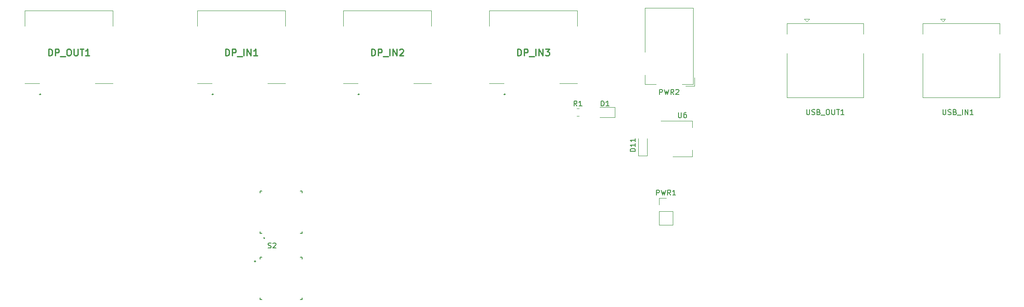
<source format=gbr>
%TF.GenerationSoftware,KiCad,Pcbnew,7.0.2*%
%TF.CreationDate,2023-08-06T23:13:36-03:00*%
%TF.ProjectId,KVM Project,4b564d20-5072-46f6-9a65-63742e6b6963,rev?*%
%TF.SameCoordinates,Original*%
%TF.FileFunction,Legend,Top*%
%TF.FilePolarity,Positive*%
%FSLAX46Y46*%
G04 Gerber Fmt 4.6, Leading zero omitted, Abs format (unit mm)*
G04 Created by KiCad (PCBNEW 7.0.2) date 2023-08-06 23:13:36*
%MOMM*%
%LPD*%
G01*
G04 APERTURE LIST*
%ADD10C,0.150000*%
%ADD11C,0.254000*%
%ADD12C,0.120000*%
%ADD13C,0.100000*%
%ADD14C,0.200000*%
%ADD15C,0.127000*%
G04 APERTURE END LIST*
D10*
%TO.C,PWR1*%
X170910476Y-84492619D02*
X170910476Y-83492619D01*
X170910476Y-83492619D02*
X171291428Y-83492619D01*
X171291428Y-83492619D02*
X171386666Y-83540238D01*
X171386666Y-83540238D02*
X171434285Y-83587857D01*
X171434285Y-83587857D02*
X171481904Y-83683095D01*
X171481904Y-83683095D02*
X171481904Y-83825952D01*
X171481904Y-83825952D02*
X171434285Y-83921190D01*
X171434285Y-83921190D02*
X171386666Y-83968809D01*
X171386666Y-83968809D02*
X171291428Y-84016428D01*
X171291428Y-84016428D02*
X170910476Y-84016428D01*
X171815238Y-83492619D02*
X172053333Y-84492619D01*
X172053333Y-84492619D02*
X172243809Y-83778333D01*
X172243809Y-83778333D02*
X172434285Y-84492619D01*
X172434285Y-84492619D02*
X172672381Y-83492619D01*
X173624761Y-84492619D02*
X173291428Y-84016428D01*
X173053333Y-84492619D02*
X173053333Y-83492619D01*
X173053333Y-83492619D02*
X173434285Y-83492619D01*
X173434285Y-83492619D02*
X173529523Y-83540238D01*
X173529523Y-83540238D02*
X173577142Y-83587857D01*
X173577142Y-83587857D02*
X173624761Y-83683095D01*
X173624761Y-83683095D02*
X173624761Y-83825952D01*
X173624761Y-83825952D02*
X173577142Y-83921190D01*
X173577142Y-83921190D02*
X173529523Y-83968809D01*
X173529523Y-83968809D02*
X173434285Y-84016428D01*
X173434285Y-84016428D02*
X173053333Y-84016428D01*
X174577142Y-84492619D02*
X174005714Y-84492619D01*
X174291428Y-84492619D02*
X174291428Y-83492619D01*
X174291428Y-83492619D02*
X174196190Y-83635476D01*
X174196190Y-83635476D02*
X174100952Y-83730714D01*
X174100952Y-83730714D02*
X174005714Y-83778333D01*
%TO.C,PWR2*%
X171510476Y-65192619D02*
X171510476Y-64192619D01*
X171510476Y-64192619D02*
X171891428Y-64192619D01*
X171891428Y-64192619D02*
X171986666Y-64240238D01*
X171986666Y-64240238D02*
X172034285Y-64287857D01*
X172034285Y-64287857D02*
X172081904Y-64383095D01*
X172081904Y-64383095D02*
X172081904Y-64525952D01*
X172081904Y-64525952D02*
X172034285Y-64621190D01*
X172034285Y-64621190D02*
X171986666Y-64668809D01*
X171986666Y-64668809D02*
X171891428Y-64716428D01*
X171891428Y-64716428D02*
X171510476Y-64716428D01*
X172415238Y-64192619D02*
X172653333Y-65192619D01*
X172653333Y-65192619D02*
X172843809Y-64478333D01*
X172843809Y-64478333D02*
X173034285Y-65192619D01*
X173034285Y-65192619D02*
X173272381Y-64192619D01*
X174224761Y-65192619D02*
X173891428Y-64716428D01*
X173653333Y-65192619D02*
X173653333Y-64192619D01*
X173653333Y-64192619D02*
X174034285Y-64192619D01*
X174034285Y-64192619D02*
X174129523Y-64240238D01*
X174129523Y-64240238D02*
X174177142Y-64287857D01*
X174177142Y-64287857D02*
X174224761Y-64383095D01*
X174224761Y-64383095D02*
X174224761Y-64525952D01*
X174224761Y-64525952D02*
X174177142Y-64621190D01*
X174177142Y-64621190D02*
X174129523Y-64668809D01*
X174129523Y-64668809D02*
X174034285Y-64716428D01*
X174034285Y-64716428D02*
X173653333Y-64716428D01*
X174605714Y-64287857D02*
X174653333Y-64240238D01*
X174653333Y-64240238D02*
X174748571Y-64192619D01*
X174748571Y-64192619D02*
X174986666Y-64192619D01*
X174986666Y-64192619D02*
X175081904Y-64240238D01*
X175081904Y-64240238D02*
X175129523Y-64287857D01*
X175129523Y-64287857D02*
X175177142Y-64383095D01*
X175177142Y-64383095D02*
X175177142Y-64478333D01*
X175177142Y-64478333D02*
X175129523Y-64621190D01*
X175129523Y-64621190D02*
X174558095Y-65192619D01*
X174558095Y-65192619D02*
X175177142Y-65192619D01*
%TO.C,D1*%
X160306905Y-67392619D02*
X160306905Y-66392619D01*
X160306905Y-66392619D02*
X160545000Y-66392619D01*
X160545000Y-66392619D02*
X160687857Y-66440238D01*
X160687857Y-66440238D02*
X160783095Y-66535476D01*
X160783095Y-66535476D02*
X160830714Y-66630714D01*
X160830714Y-66630714D02*
X160878333Y-66821190D01*
X160878333Y-66821190D02*
X160878333Y-66964047D01*
X160878333Y-66964047D02*
X160830714Y-67154523D01*
X160830714Y-67154523D02*
X160783095Y-67249761D01*
X160783095Y-67249761D02*
X160687857Y-67345000D01*
X160687857Y-67345000D02*
X160545000Y-67392619D01*
X160545000Y-67392619D02*
X160306905Y-67392619D01*
X161830714Y-67392619D02*
X161259286Y-67392619D01*
X161545000Y-67392619D02*
X161545000Y-66392619D01*
X161545000Y-66392619D02*
X161449762Y-66535476D01*
X161449762Y-66535476D02*
X161354524Y-66630714D01*
X161354524Y-66630714D02*
X161259286Y-66678333D01*
D11*
%TO.C,DP_IN1*%
X88416190Y-57727526D02*
X88416190Y-56457526D01*
X88416190Y-56457526D02*
X88718571Y-56457526D01*
X88718571Y-56457526D02*
X88900000Y-56518002D01*
X88900000Y-56518002D02*
X89020952Y-56638954D01*
X89020952Y-56638954D02*
X89081429Y-56759907D01*
X89081429Y-56759907D02*
X89141905Y-57001811D01*
X89141905Y-57001811D02*
X89141905Y-57183240D01*
X89141905Y-57183240D02*
X89081429Y-57425145D01*
X89081429Y-57425145D02*
X89020952Y-57546097D01*
X89020952Y-57546097D02*
X88900000Y-57667050D01*
X88900000Y-57667050D02*
X88718571Y-57727526D01*
X88718571Y-57727526D02*
X88416190Y-57727526D01*
X89686190Y-57727526D02*
X89686190Y-56457526D01*
X89686190Y-56457526D02*
X90170000Y-56457526D01*
X90170000Y-56457526D02*
X90290952Y-56518002D01*
X90290952Y-56518002D02*
X90351429Y-56578478D01*
X90351429Y-56578478D02*
X90411905Y-56699430D01*
X90411905Y-56699430D02*
X90411905Y-56880859D01*
X90411905Y-56880859D02*
X90351429Y-57001811D01*
X90351429Y-57001811D02*
X90290952Y-57062288D01*
X90290952Y-57062288D02*
X90170000Y-57122764D01*
X90170000Y-57122764D02*
X89686190Y-57122764D01*
X90653810Y-57848478D02*
X91621429Y-57848478D01*
X91923809Y-57727526D02*
X91923809Y-56457526D01*
X92528571Y-57727526D02*
X92528571Y-56457526D01*
X92528571Y-56457526D02*
X93254286Y-57727526D01*
X93254286Y-57727526D02*
X93254286Y-56457526D01*
X94524286Y-57727526D02*
X93798571Y-57727526D01*
X94161428Y-57727526D02*
X94161428Y-56457526D01*
X94161428Y-56457526D02*
X94040476Y-56638954D01*
X94040476Y-56638954D02*
X93919524Y-56759907D01*
X93919524Y-56759907D02*
X93798571Y-56820383D01*
%TO.C,DP_IN3*%
X144296190Y-57727526D02*
X144296190Y-56457526D01*
X144296190Y-56457526D02*
X144598571Y-56457526D01*
X144598571Y-56457526D02*
X144780000Y-56518002D01*
X144780000Y-56518002D02*
X144900952Y-56638954D01*
X144900952Y-56638954D02*
X144961429Y-56759907D01*
X144961429Y-56759907D02*
X145021905Y-57001811D01*
X145021905Y-57001811D02*
X145021905Y-57183240D01*
X145021905Y-57183240D02*
X144961429Y-57425145D01*
X144961429Y-57425145D02*
X144900952Y-57546097D01*
X144900952Y-57546097D02*
X144780000Y-57667050D01*
X144780000Y-57667050D02*
X144598571Y-57727526D01*
X144598571Y-57727526D02*
X144296190Y-57727526D01*
X145566190Y-57727526D02*
X145566190Y-56457526D01*
X145566190Y-56457526D02*
X146050000Y-56457526D01*
X146050000Y-56457526D02*
X146170952Y-56518002D01*
X146170952Y-56518002D02*
X146231429Y-56578478D01*
X146231429Y-56578478D02*
X146291905Y-56699430D01*
X146291905Y-56699430D02*
X146291905Y-56880859D01*
X146291905Y-56880859D02*
X146231429Y-57001811D01*
X146231429Y-57001811D02*
X146170952Y-57062288D01*
X146170952Y-57062288D02*
X146050000Y-57122764D01*
X146050000Y-57122764D02*
X145566190Y-57122764D01*
X146533810Y-57848478D02*
X147501429Y-57848478D01*
X147803809Y-57727526D02*
X147803809Y-56457526D01*
X148408571Y-57727526D02*
X148408571Y-56457526D01*
X148408571Y-56457526D02*
X149134286Y-57727526D01*
X149134286Y-57727526D02*
X149134286Y-56457526D01*
X149618095Y-56457526D02*
X150404286Y-56457526D01*
X150404286Y-56457526D02*
X149980952Y-56941335D01*
X149980952Y-56941335D02*
X150162381Y-56941335D01*
X150162381Y-56941335D02*
X150283333Y-57001811D01*
X150283333Y-57001811D02*
X150343809Y-57062288D01*
X150343809Y-57062288D02*
X150404286Y-57183240D01*
X150404286Y-57183240D02*
X150404286Y-57485621D01*
X150404286Y-57485621D02*
X150343809Y-57606573D01*
X150343809Y-57606573D02*
X150283333Y-57667050D01*
X150283333Y-57667050D02*
X150162381Y-57727526D01*
X150162381Y-57727526D02*
X149799524Y-57727526D01*
X149799524Y-57727526D02*
X149678571Y-57667050D01*
X149678571Y-57667050D02*
X149618095Y-57606573D01*
D10*
%TO.C,U6*%
X175108095Y-68622619D02*
X175108095Y-69432142D01*
X175108095Y-69432142D02*
X175155714Y-69527380D01*
X175155714Y-69527380D02*
X175203333Y-69575000D01*
X175203333Y-69575000D02*
X175298571Y-69622619D01*
X175298571Y-69622619D02*
X175489047Y-69622619D01*
X175489047Y-69622619D02*
X175584285Y-69575000D01*
X175584285Y-69575000D02*
X175631904Y-69527380D01*
X175631904Y-69527380D02*
X175679523Y-69432142D01*
X175679523Y-69432142D02*
X175679523Y-68622619D01*
X176584285Y-68622619D02*
X176393809Y-68622619D01*
X176393809Y-68622619D02*
X176298571Y-68670238D01*
X176298571Y-68670238D02*
X176250952Y-68717857D01*
X176250952Y-68717857D02*
X176155714Y-68860714D01*
X176155714Y-68860714D02*
X176108095Y-69051190D01*
X176108095Y-69051190D02*
X176108095Y-69432142D01*
X176108095Y-69432142D02*
X176155714Y-69527380D01*
X176155714Y-69527380D02*
X176203333Y-69575000D01*
X176203333Y-69575000D02*
X176298571Y-69622619D01*
X176298571Y-69622619D02*
X176489047Y-69622619D01*
X176489047Y-69622619D02*
X176584285Y-69575000D01*
X176584285Y-69575000D02*
X176631904Y-69527380D01*
X176631904Y-69527380D02*
X176679523Y-69432142D01*
X176679523Y-69432142D02*
X176679523Y-69194047D01*
X176679523Y-69194047D02*
X176631904Y-69098809D01*
X176631904Y-69098809D02*
X176584285Y-69051190D01*
X176584285Y-69051190D02*
X176489047Y-69003571D01*
X176489047Y-69003571D02*
X176298571Y-69003571D01*
X176298571Y-69003571D02*
X176203333Y-69051190D01*
X176203333Y-69051190D02*
X176155714Y-69098809D01*
X176155714Y-69098809D02*
X176108095Y-69194047D01*
D11*
%TO.C,DP_IN2*%
X116356190Y-57727526D02*
X116356190Y-56457526D01*
X116356190Y-56457526D02*
X116658571Y-56457526D01*
X116658571Y-56457526D02*
X116840000Y-56518002D01*
X116840000Y-56518002D02*
X116960952Y-56638954D01*
X116960952Y-56638954D02*
X117021429Y-56759907D01*
X117021429Y-56759907D02*
X117081905Y-57001811D01*
X117081905Y-57001811D02*
X117081905Y-57183240D01*
X117081905Y-57183240D02*
X117021429Y-57425145D01*
X117021429Y-57425145D02*
X116960952Y-57546097D01*
X116960952Y-57546097D02*
X116840000Y-57667050D01*
X116840000Y-57667050D02*
X116658571Y-57727526D01*
X116658571Y-57727526D02*
X116356190Y-57727526D01*
X117626190Y-57727526D02*
X117626190Y-56457526D01*
X117626190Y-56457526D02*
X118110000Y-56457526D01*
X118110000Y-56457526D02*
X118230952Y-56518002D01*
X118230952Y-56518002D02*
X118291429Y-56578478D01*
X118291429Y-56578478D02*
X118351905Y-56699430D01*
X118351905Y-56699430D02*
X118351905Y-56880859D01*
X118351905Y-56880859D02*
X118291429Y-57001811D01*
X118291429Y-57001811D02*
X118230952Y-57062288D01*
X118230952Y-57062288D02*
X118110000Y-57122764D01*
X118110000Y-57122764D02*
X117626190Y-57122764D01*
X118593810Y-57848478D02*
X119561429Y-57848478D01*
X119863809Y-57727526D02*
X119863809Y-56457526D01*
X120468571Y-57727526D02*
X120468571Y-56457526D01*
X120468571Y-56457526D02*
X121194286Y-57727526D01*
X121194286Y-57727526D02*
X121194286Y-56457526D01*
X121738571Y-56578478D02*
X121799047Y-56518002D01*
X121799047Y-56518002D02*
X121920000Y-56457526D01*
X121920000Y-56457526D02*
X122222381Y-56457526D01*
X122222381Y-56457526D02*
X122343333Y-56518002D01*
X122343333Y-56518002D02*
X122403809Y-56578478D01*
X122403809Y-56578478D02*
X122464286Y-56699430D01*
X122464286Y-56699430D02*
X122464286Y-56820383D01*
X122464286Y-56820383D02*
X122403809Y-57001811D01*
X122403809Y-57001811D02*
X121678095Y-57727526D01*
X121678095Y-57727526D02*
X122464286Y-57727526D01*
%TO.C,DP_OUT1*%
X54549523Y-57727526D02*
X54549523Y-56457526D01*
X54549523Y-56457526D02*
X54851904Y-56457526D01*
X54851904Y-56457526D02*
X55033333Y-56518002D01*
X55033333Y-56518002D02*
X55154285Y-56638954D01*
X55154285Y-56638954D02*
X55214762Y-56759907D01*
X55214762Y-56759907D02*
X55275238Y-57001811D01*
X55275238Y-57001811D02*
X55275238Y-57183240D01*
X55275238Y-57183240D02*
X55214762Y-57425145D01*
X55214762Y-57425145D02*
X55154285Y-57546097D01*
X55154285Y-57546097D02*
X55033333Y-57667050D01*
X55033333Y-57667050D02*
X54851904Y-57727526D01*
X54851904Y-57727526D02*
X54549523Y-57727526D01*
X55819523Y-57727526D02*
X55819523Y-56457526D01*
X55819523Y-56457526D02*
X56303333Y-56457526D01*
X56303333Y-56457526D02*
X56424285Y-56518002D01*
X56424285Y-56518002D02*
X56484762Y-56578478D01*
X56484762Y-56578478D02*
X56545238Y-56699430D01*
X56545238Y-56699430D02*
X56545238Y-56880859D01*
X56545238Y-56880859D02*
X56484762Y-57001811D01*
X56484762Y-57001811D02*
X56424285Y-57062288D01*
X56424285Y-57062288D02*
X56303333Y-57122764D01*
X56303333Y-57122764D02*
X55819523Y-57122764D01*
X56787143Y-57848478D02*
X57754762Y-57848478D01*
X58299047Y-56457526D02*
X58540952Y-56457526D01*
X58540952Y-56457526D02*
X58661904Y-56518002D01*
X58661904Y-56518002D02*
X58782857Y-56638954D01*
X58782857Y-56638954D02*
X58843333Y-56880859D01*
X58843333Y-56880859D02*
X58843333Y-57304192D01*
X58843333Y-57304192D02*
X58782857Y-57546097D01*
X58782857Y-57546097D02*
X58661904Y-57667050D01*
X58661904Y-57667050D02*
X58540952Y-57727526D01*
X58540952Y-57727526D02*
X58299047Y-57727526D01*
X58299047Y-57727526D02*
X58178095Y-57667050D01*
X58178095Y-57667050D02*
X58057142Y-57546097D01*
X58057142Y-57546097D02*
X57996666Y-57304192D01*
X57996666Y-57304192D02*
X57996666Y-56880859D01*
X57996666Y-56880859D02*
X58057142Y-56638954D01*
X58057142Y-56638954D02*
X58178095Y-56518002D01*
X58178095Y-56518002D02*
X58299047Y-56457526D01*
X59387618Y-56457526D02*
X59387618Y-57485621D01*
X59387618Y-57485621D02*
X59448095Y-57606573D01*
X59448095Y-57606573D02*
X59508571Y-57667050D01*
X59508571Y-57667050D02*
X59629523Y-57727526D01*
X59629523Y-57727526D02*
X59871428Y-57727526D01*
X59871428Y-57727526D02*
X59992380Y-57667050D01*
X59992380Y-57667050D02*
X60052857Y-57606573D01*
X60052857Y-57606573D02*
X60113333Y-57485621D01*
X60113333Y-57485621D02*
X60113333Y-56457526D01*
X60536666Y-56457526D02*
X61262380Y-56457526D01*
X60899523Y-57727526D02*
X60899523Y-56457526D01*
X62350952Y-57727526D02*
X61625237Y-57727526D01*
X61988094Y-57727526D02*
X61988094Y-56457526D01*
X61988094Y-56457526D02*
X61867142Y-56638954D01*
X61867142Y-56638954D02*
X61746190Y-56759907D01*
X61746190Y-56759907D02*
X61625237Y-56820383D01*
D10*
%TO.C,USB_OUT1*%
X199652381Y-68042619D02*
X199652381Y-68852142D01*
X199652381Y-68852142D02*
X199700000Y-68947380D01*
X199700000Y-68947380D02*
X199747619Y-68995000D01*
X199747619Y-68995000D02*
X199842857Y-69042619D01*
X199842857Y-69042619D02*
X200033333Y-69042619D01*
X200033333Y-69042619D02*
X200128571Y-68995000D01*
X200128571Y-68995000D02*
X200176190Y-68947380D01*
X200176190Y-68947380D02*
X200223809Y-68852142D01*
X200223809Y-68852142D02*
X200223809Y-68042619D01*
X200652381Y-68995000D02*
X200795238Y-69042619D01*
X200795238Y-69042619D02*
X201033333Y-69042619D01*
X201033333Y-69042619D02*
X201128571Y-68995000D01*
X201128571Y-68995000D02*
X201176190Y-68947380D01*
X201176190Y-68947380D02*
X201223809Y-68852142D01*
X201223809Y-68852142D02*
X201223809Y-68756904D01*
X201223809Y-68756904D02*
X201176190Y-68661666D01*
X201176190Y-68661666D02*
X201128571Y-68614047D01*
X201128571Y-68614047D02*
X201033333Y-68566428D01*
X201033333Y-68566428D02*
X200842857Y-68518809D01*
X200842857Y-68518809D02*
X200747619Y-68471190D01*
X200747619Y-68471190D02*
X200700000Y-68423571D01*
X200700000Y-68423571D02*
X200652381Y-68328333D01*
X200652381Y-68328333D02*
X200652381Y-68233095D01*
X200652381Y-68233095D02*
X200700000Y-68137857D01*
X200700000Y-68137857D02*
X200747619Y-68090238D01*
X200747619Y-68090238D02*
X200842857Y-68042619D01*
X200842857Y-68042619D02*
X201080952Y-68042619D01*
X201080952Y-68042619D02*
X201223809Y-68090238D01*
X201985714Y-68518809D02*
X202128571Y-68566428D01*
X202128571Y-68566428D02*
X202176190Y-68614047D01*
X202176190Y-68614047D02*
X202223809Y-68709285D01*
X202223809Y-68709285D02*
X202223809Y-68852142D01*
X202223809Y-68852142D02*
X202176190Y-68947380D01*
X202176190Y-68947380D02*
X202128571Y-68995000D01*
X202128571Y-68995000D02*
X202033333Y-69042619D01*
X202033333Y-69042619D02*
X201652381Y-69042619D01*
X201652381Y-69042619D02*
X201652381Y-68042619D01*
X201652381Y-68042619D02*
X201985714Y-68042619D01*
X201985714Y-68042619D02*
X202080952Y-68090238D01*
X202080952Y-68090238D02*
X202128571Y-68137857D01*
X202128571Y-68137857D02*
X202176190Y-68233095D01*
X202176190Y-68233095D02*
X202176190Y-68328333D01*
X202176190Y-68328333D02*
X202128571Y-68423571D01*
X202128571Y-68423571D02*
X202080952Y-68471190D01*
X202080952Y-68471190D02*
X201985714Y-68518809D01*
X201985714Y-68518809D02*
X201652381Y-68518809D01*
X202414286Y-69137857D02*
X203176190Y-69137857D01*
X203604762Y-68042619D02*
X203795238Y-68042619D01*
X203795238Y-68042619D02*
X203890476Y-68090238D01*
X203890476Y-68090238D02*
X203985714Y-68185476D01*
X203985714Y-68185476D02*
X204033333Y-68375952D01*
X204033333Y-68375952D02*
X204033333Y-68709285D01*
X204033333Y-68709285D02*
X203985714Y-68899761D01*
X203985714Y-68899761D02*
X203890476Y-68995000D01*
X203890476Y-68995000D02*
X203795238Y-69042619D01*
X203795238Y-69042619D02*
X203604762Y-69042619D01*
X203604762Y-69042619D02*
X203509524Y-68995000D01*
X203509524Y-68995000D02*
X203414286Y-68899761D01*
X203414286Y-68899761D02*
X203366667Y-68709285D01*
X203366667Y-68709285D02*
X203366667Y-68375952D01*
X203366667Y-68375952D02*
X203414286Y-68185476D01*
X203414286Y-68185476D02*
X203509524Y-68090238D01*
X203509524Y-68090238D02*
X203604762Y-68042619D01*
X204461905Y-68042619D02*
X204461905Y-68852142D01*
X204461905Y-68852142D02*
X204509524Y-68947380D01*
X204509524Y-68947380D02*
X204557143Y-68995000D01*
X204557143Y-68995000D02*
X204652381Y-69042619D01*
X204652381Y-69042619D02*
X204842857Y-69042619D01*
X204842857Y-69042619D02*
X204938095Y-68995000D01*
X204938095Y-68995000D02*
X204985714Y-68947380D01*
X204985714Y-68947380D02*
X205033333Y-68852142D01*
X205033333Y-68852142D02*
X205033333Y-68042619D01*
X205366667Y-68042619D02*
X205938095Y-68042619D01*
X205652381Y-69042619D02*
X205652381Y-68042619D01*
X206795238Y-69042619D02*
X206223810Y-69042619D01*
X206509524Y-69042619D02*
X206509524Y-68042619D01*
X206509524Y-68042619D02*
X206414286Y-68185476D01*
X206414286Y-68185476D02*
X206319048Y-68280714D01*
X206319048Y-68280714D02*
X206223810Y-68328333D01*
%TO.C,USB_IN1*%
X225719048Y-68042619D02*
X225719048Y-68852142D01*
X225719048Y-68852142D02*
X225766667Y-68947380D01*
X225766667Y-68947380D02*
X225814286Y-68995000D01*
X225814286Y-68995000D02*
X225909524Y-69042619D01*
X225909524Y-69042619D02*
X226100000Y-69042619D01*
X226100000Y-69042619D02*
X226195238Y-68995000D01*
X226195238Y-68995000D02*
X226242857Y-68947380D01*
X226242857Y-68947380D02*
X226290476Y-68852142D01*
X226290476Y-68852142D02*
X226290476Y-68042619D01*
X226719048Y-68995000D02*
X226861905Y-69042619D01*
X226861905Y-69042619D02*
X227100000Y-69042619D01*
X227100000Y-69042619D02*
X227195238Y-68995000D01*
X227195238Y-68995000D02*
X227242857Y-68947380D01*
X227242857Y-68947380D02*
X227290476Y-68852142D01*
X227290476Y-68852142D02*
X227290476Y-68756904D01*
X227290476Y-68756904D02*
X227242857Y-68661666D01*
X227242857Y-68661666D02*
X227195238Y-68614047D01*
X227195238Y-68614047D02*
X227100000Y-68566428D01*
X227100000Y-68566428D02*
X226909524Y-68518809D01*
X226909524Y-68518809D02*
X226814286Y-68471190D01*
X226814286Y-68471190D02*
X226766667Y-68423571D01*
X226766667Y-68423571D02*
X226719048Y-68328333D01*
X226719048Y-68328333D02*
X226719048Y-68233095D01*
X226719048Y-68233095D02*
X226766667Y-68137857D01*
X226766667Y-68137857D02*
X226814286Y-68090238D01*
X226814286Y-68090238D02*
X226909524Y-68042619D01*
X226909524Y-68042619D02*
X227147619Y-68042619D01*
X227147619Y-68042619D02*
X227290476Y-68090238D01*
X228052381Y-68518809D02*
X228195238Y-68566428D01*
X228195238Y-68566428D02*
X228242857Y-68614047D01*
X228242857Y-68614047D02*
X228290476Y-68709285D01*
X228290476Y-68709285D02*
X228290476Y-68852142D01*
X228290476Y-68852142D02*
X228242857Y-68947380D01*
X228242857Y-68947380D02*
X228195238Y-68995000D01*
X228195238Y-68995000D02*
X228100000Y-69042619D01*
X228100000Y-69042619D02*
X227719048Y-69042619D01*
X227719048Y-69042619D02*
X227719048Y-68042619D01*
X227719048Y-68042619D02*
X228052381Y-68042619D01*
X228052381Y-68042619D02*
X228147619Y-68090238D01*
X228147619Y-68090238D02*
X228195238Y-68137857D01*
X228195238Y-68137857D02*
X228242857Y-68233095D01*
X228242857Y-68233095D02*
X228242857Y-68328333D01*
X228242857Y-68328333D02*
X228195238Y-68423571D01*
X228195238Y-68423571D02*
X228147619Y-68471190D01*
X228147619Y-68471190D02*
X228052381Y-68518809D01*
X228052381Y-68518809D02*
X227719048Y-68518809D01*
X228480953Y-69137857D02*
X229242857Y-69137857D01*
X229480953Y-69042619D02*
X229480953Y-68042619D01*
X229957143Y-69042619D02*
X229957143Y-68042619D01*
X229957143Y-68042619D02*
X230528571Y-69042619D01*
X230528571Y-69042619D02*
X230528571Y-68042619D01*
X231528571Y-69042619D02*
X230957143Y-69042619D01*
X231242857Y-69042619D02*
X231242857Y-68042619D01*
X231242857Y-68042619D02*
X231147619Y-68185476D01*
X231147619Y-68185476D02*
X231052381Y-68280714D01*
X231052381Y-68280714D02*
X230957143Y-68328333D01*
%TO.C,S2*%
X96563095Y-94620000D02*
X96705952Y-94667619D01*
X96705952Y-94667619D02*
X96944047Y-94667619D01*
X96944047Y-94667619D02*
X97039285Y-94620000D01*
X97039285Y-94620000D02*
X97086904Y-94572380D01*
X97086904Y-94572380D02*
X97134523Y-94477142D01*
X97134523Y-94477142D02*
X97134523Y-94381904D01*
X97134523Y-94381904D02*
X97086904Y-94286666D01*
X97086904Y-94286666D02*
X97039285Y-94239047D01*
X97039285Y-94239047D02*
X96944047Y-94191428D01*
X96944047Y-94191428D02*
X96753571Y-94143809D01*
X96753571Y-94143809D02*
X96658333Y-94096190D01*
X96658333Y-94096190D02*
X96610714Y-94048571D01*
X96610714Y-94048571D02*
X96563095Y-93953333D01*
X96563095Y-93953333D02*
X96563095Y-93858095D01*
X96563095Y-93858095D02*
X96610714Y-93762857D01*
X96610714Y-93762857D02*
X96658333Y-93715238D01*
X96658333Y-93715238D02*
X96753571Y-93667619D01*
X96753571Y-93667619D02*
X96991666Y-93667619D01*
X96991666Y-93667619D02*
X97134523Y-93715238D01*
X97515476Y-93762857D02*
X97563095Y-93715238D01*
X97563095Y-93715238D02*
X97658333Y-93667619D01*
X97658333Y-93667619D02*
X97896428Y-93667619D01*
X97896428Y-93667619D02*
X97991666Y-93715238D01*
X97991666Y-93715238D02*
X98039285Y-93762857D01*
X98039285Y-93762857D02*
X98086904Y-93858095D01*
X98086904Y-93858095D02*
X98086904Y-93953333D01*
X98086904Y-93953333D02*
X98039285Y-94096190D01*
X98039285Y-94096190D02*
X97467857Y-94667619D01*
X97467857Y-94667619D02*
X98086904Y-94667619D01*
%TO.C,D11*%
X166862619Y-76124285D02*
X165862619Y-76124285D01*
X165862619Y-76124285D02*
X165862619Y-75886190D01*
X165862619Y-75886190D02*
X165910238Y-75743333D01*
X165910238Y-75743333D02*
X166005476Y-75648095D01*
X166005476Y-75648095D02*
X166100714Y-75600476D01*
X166100714Y-75600476D02*
X166291190Y-75552857D01*
X166291190Y-75552857D02*
X166434047Y-75552857D01*
X166434047Y-75552857D02*
X166624523Y-75600476D01*
X166624523Y-75600476D02*
X166719761Y-75648095D01*
X166719761Y-75648095D02*
X166815000Y-75743333D01*
X166815000Y-75743333D02*
X166862619Y-75886190D01*
X166862619Y-75886190D02*
X166862619Y-76124285D01*
X166862619Y-74600476D02*
X166862619Y-75171904D01*
X166862619Y-74886190D02*
X165862619Y-74886190D01*
X165862619Y-74886190D02*
X166005476Y-74981428D01*
X166005476Y-74981428D02*
X166100714Y-75076666D01*
X166100714Y-75076666D02*
X166148333Y-75171904D01*
X166862619Y-73648095D02*
X166862619Y-74219523D01*
X166862619Y-73933809D02*
X165862619Y-73933809D01*
X165862619Y-73933809D02*
X166005476Y-74029047D01*
X166005476Y-74029047D02*
X166100714Y-74124285D01*
X166100714Y-74124285D02*
X166148333Y-74219523D01*
%TO.C,R1*%
X155685833Y-67392619D02*
X155352500Y-66916428D01*
X155114405Y-67392619D02*
X155114405Y-66392619D01*
X155114405Y-66392619D02*
X155495357Y-66392619D01*
X155495357Y-66392619D02*
X155590595Y-66440238D01*
X155590595Y-66440238D02*
X155638214Y-66487857D01*
X155638214Y-66487857D02*
X155685833Y-66583095D01*
X155685833Y-66583095D02*
X155685833Y-66725952D01*
X155685833Y-66725952D02*
X155638214Y-66821190D01*
X155638214Y-66821190D02*
X155590595Y-66868809D01*
X155590595Y-66868809D02*
X155495357Y-66916428D01*
X155495357Y-66916428D02*
X155114405Y-66916428D01*
X156638214Y-67392619D02*
X156066786Y-67392619D01*
X156352500Y-67392619D02*
X156352500Y-66392619D01*
X156352500Y-66392619D02*
X156257262Y-66535476D01*
X156257262Y-66535476D02*
X156162024Y-66630714D01*
X156162024Y-66630714D02*
X156066786Y-66678333D01*
D12*
%TO.C,PWR1*%
X171390000Y-85030000D02*
X172720000Y-85030000D01*
X171390000Y-86360000D02*
X171390000Y-85030000D01*
X171390000Y-87630000D02*
X171390000Y-90230000D01*
X171390000Y-87630000D02*
X174050000Y-87630000D01*
X171390000Y-90230000D02*
X174050000Y-90230000D01*
X174050000Y-87630000D02*
X174050000Y-90230000D01*
%TO.C,PWR2*%
X178220000Y-63530000D02*
X178220000Y-61930000D01*
X177920000Y-63230000D02*
X175820000Y-63230000D01*
X177920000Y-48530000D02*
X177920000Y-63230000D01*
X176520000Y-63530000D02*
X178220000Y-63530000D01*
X170820000Y-63230000D02*
X168720000Y-63230000D01*
X168720000Y-63230000D02*
X168720000Y-61430000D01*
X168720000Y-57030000D02*
X168720000Y-48530000D01*
X168720000Y-48530000D02*
X177920000Y-48530000D01*
%TO.C,D1*%
X162905000Y-69540000D02*
X162905000Y-67620000D01*
X162905000Y-67620000D02*
X160045000Y-67620000D01*
X160045000Y-69540000D02*
X162905000Y-69540000D01*
D13*
%TO.C,DP_IN1*%
X99890000Y-63040000D02*
X96440000Y-63040000D01*
X99890000Y-52040000D02*
X99890000Y-49040000D01*
X99890000Y-49040000D02*
X82990000Y-49040000D01*
D14*
X86040000Y-65140000D02*
X86040000Y-65140000D01*
X85840000Y-65140000D02*
X85840000Y-65140000D01*
D13*
X82990000Y-63040000D02*
X85840000Y-63040000D01*
X82990000Y-49040000D02*
X82990000Y-52040000D01*
D14*
X85840000Y-65140000D02*
G75*
G03*
X86040000Y-65140000I100000J0D01*
G01*
X86040000Y-65140000D02*
G75*
G03*
X85840000Y-65140000I-100000J0D01*
G01*
D13*
%TO.C,DP_IN3*%
X155770000Y-63040000D02*
X152320000Y-63040000D01*
X155770000Y-52040000D02*
X155770000Y-49040000D01*
X155770000Y-49040000D02*
X138870000Y-49040000D01*
D14*
X141920000Y-65140000D02*
X141920000Y-65140000D01*
X141720000Y-65140000D02*
X141720000Y-65140000D01*
D13*
X138870000Y-63040000D02*
X141720000Y-63040000D01*
X138870000Y-49040000D02*
X138870000Y-52040000D01*
D14*
X141720000Y-65140000D02*
G75*
G03*
X141920000Y-65140000I100000J0D01*
G01*
X141920000Y-65140000D02*
G75*
G03*
X141720000Y-65140000I-100000J0D01*
G01*
D12*
%TO.C,U6*%
X171770000Y-70250000D02*
X177780000Y-70250000D01*
X174020000Y-77070000D02*
X177780000Y-77070000D01*
X177780000Y-70250000D02*
X177780000Y-71510000D01*
X177780000Y-77070000D02*
X177780000Y-75810000D01*
D13*
%TO.C,DP_IN2*%
X127830000Y-63040000D02*
X124380000Y-63040000D01*
X127830000Y-52040000D02*
X127830000Y-49040000D01*
X127830000Y-49040000D02*
X110930000Y-49040000D01*
D14*
X113980000Y-65140000D02*
X113980000Y-65140000D01*
X113780000Y-65140000D02*
X113780000Y-65140000D01*
D13*
X110930000Y-63040000D02*
X113780000Y-63040000D01*
X110930000Y-49040000D02*
X110930000Y-52040000D01*
D14*
X113780000Y-65140000D02*
G75*
G03*
X113980000Y-65140000I100000J0D01*
G01*
X113980000Y-65140000D02*
G75*
G03*
X113780000Y-65140000I-100000J0D01*
G01*
D13*
%TO.C,DP_OUT1*%
X66870000Y-63040000D02*
X63420000Y-63040000D01*
X66870000Y-52040000D02*
X66870000Y-49040000D01*
X66870000Y-49040000D02*
X49970000Y-49040000D01*
D14*
X53020000Y-65140000D02*
X53020000Y-65140000D01*
X52820000Y-65140000D02*
X52820000Y-65140000D01*
D13*
X49970000Y-63040000D02*
X52820000Y-63040000D01*
X49970000Y-49040000D02*
X49970000Y-52040000D01*
D14*
X52820000Y-65140000D02*
G75*
G03*
X53020000Y-65140000I100000J0D01*
G01*
X53020000Y-65140000D02*
G75*
G03*
X52820000Y-65140000I-100000J0D01*
G01*
D12*
%TO.C,USB_OUT1*%
X195840000Y-51572500D02*
X195840000Y-53552500D01*
X195840000Y-51572500D02*
X210560000Y-51572500D01*
X195840000Y-57252500D02*
X195840000Y-65792500D01*
X195840000Y-65792500D02*
X210560000Y-65792500D01*
X199200000Y-50692500D02*
X199700000Y-51192500D01*
X199700000Y-51192500D02*
X200200000Y-50692500D01*
X200200000Y-50692500D02*
X199200000Y-50692500D01*
X210560000Y-53552500D02*
X210560000Y-51572500D01*
X210560000Y-57252500D02*
X210560000Y-65792500D01*
%TO.C,USB_IN1*%
X221860000Y-51572500D02*
X221860000Y-53552500D01*
X221860000Y-51572500D02*
X236580000Y-51572500D01*
X221860000Y-57252500D02*
X221860000Y-65792500D01*
X221860000Y-65792500D02*
X236580000Y-65792500D01*
X225220000Y-50692500D02*
X225720000Y-51192500D01*
X225720000Y-51192500D02*
X226220000Y-50692500D01*
X226220000Y-50692500D02*
X225220000Y-50692500D01*
X236580000Y-53552500D02*
X236580000Y-51572500D01*
X236580000Y-57252500D02*
X236580000Y-65792500D01*
D15*
%TO.C,S2*%
X95010000Y-96405000D02*
X95010000Y-96750000D01*
X95010000Y-96405000D02*
X95355000Y-96405000D01*
X95010000Y-104505000D02*
X95010000Y-104160000D01*
X95010000Y-104505000D02*
X95355000Y-104505000D01*
X103110000Y-96405000D02*
X102765000Y-96405000D01*
X103110000Y-96405000D02*
X103110000Y-96750000D01*
X103110000Y-104505000D02*
X102765000Y-104505000D01*
X103110000Y-104505000D02*
X103110000Y-104160000D01*
D14*
X94165000Y-97205000D02*
G75*
G03*
X94165000Y-97205000I-100000J0D01*
G01*
D15*
%TO.C,S1*%
X95010000Y-91805000D02*
X95355000Y-91805000D01*
X95010000Y-91805000D02*
X95010000Y-91460000D01*
X103110000Y-91805000D02*
X102765000Y-91805000D01*
X103110000Y-91805000D02*
X103110000Y-91460000D01*
X95010000Y-83705000D02*
X95010000Y-84050000D01*
X95010000Y-83705000D02*
X95355000Y-83705000D01*
X103110000Y-83705000D02*
X103110000Y-84050000D01*
X103110000Y-83705000D02*
X102765000Y-83705000D01*
D14*
X95910000Y-92750000D02*
G75*
G03*
X95910000Y-92750000I-100000J0D01*
G01*
D12*
%TO.C,D11*%
X167400000Y-76920000D02*
X169100000Y-76920000D01*
X167400000Y-76920000D02*
X167400000Y-73660000D01*
X169100000Y-76920000D02*
X169100000Y-73660000D01*
%TO.C,R1*%
X155625436Y-67845000D02*
X156079564Y-67845000D01*
X155625436Y-69315000D02*
X156079564Y-69315000D01*
%TD*%
M02*

</source>
